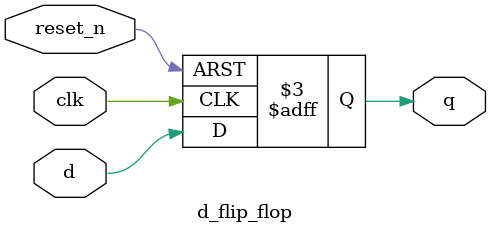
<source format=v>
module d_flip_flop (
    input wire clk,      // Clock input
    reset_n,        // Active low asynchronous reset
    d,              // Data input
    output reg q    // Data output
);

    // Asynchronous reset
    always @(posedge clk or negedge reset_n)
    begin
        if (!reset_n)
            q <= 1'b0; // Reset state
        else
            q <= d;    // D input state
    end

endmodule

</source>
